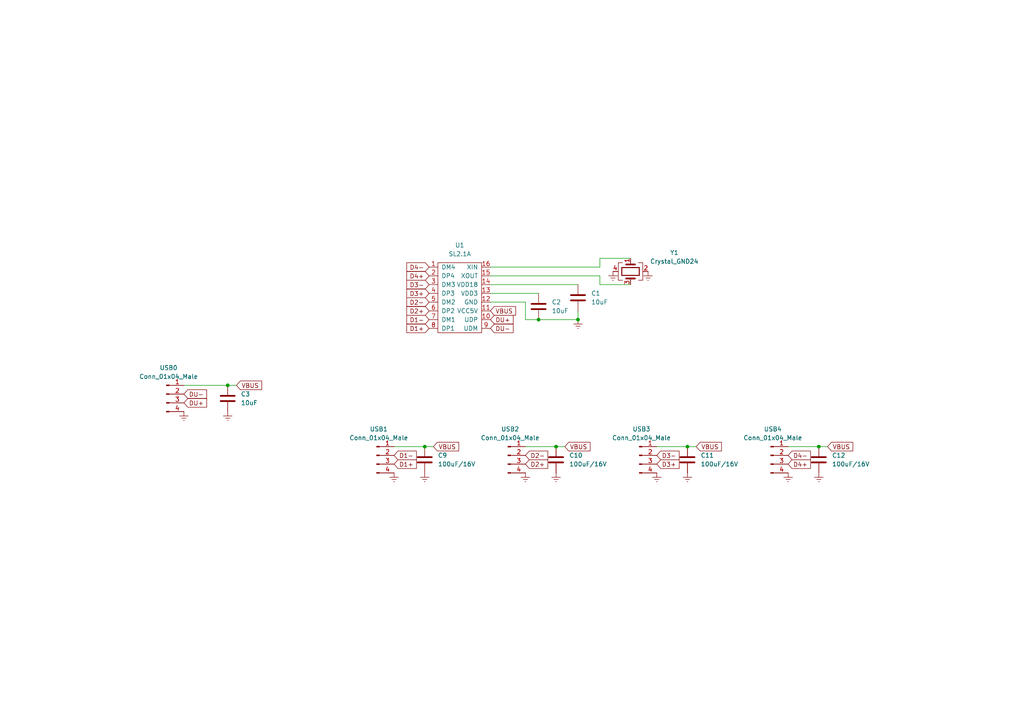
<source format=kicad_sch>
(kicad_sch (version 20211123) (generator eeschema)
  (paper "A4")
  (lib_symbols
    (symbol "Connector:Conn_01x04_Male" (pin_names (offset 1.016) hide)
      (property "Reference" "J" (at 0 5.08 0))
      (property "Value" "Conn_01x04_Male" (at 0 -7.62 0))
      (symbol "Conn_01x04_Male_1_1"
        (polyline (pts (xy 1.27 -5.08) (xy 0.8636 -5.08)) (stroke (width 0.1524)))
        (polyline (pts (xy 1.27 -2.54) (xy 0.8636 -2.54)) (stroke (width 0.1524)))
        (polyline (pts (xy 1.27 0) (xy 0.8636 0)) (stroke (width 0.1524)))
        (polyline (pts (xy 1.27 2.54) (xy 0.8636 2.54)) (stroke (width 0.1524)))
        (rectangle (start 0.8636 -4.953) (end 0 -5.207) (stroke (width 0.1524)) (fill (type outline)))
        (rectangle (start 0.8636 -2.413) (end 0 -2.667) (stroke (width 0.1524)) (fill (type outline)))
        (rectangle (start 0.8636 0.127) (end 0 -0.127) (stroke (width 0.1524)) (fill (type outline)))
        (rectangle (start 0.8636 2.667) (end 0 2.413) (stroke (width 0.1524)) (fill (type outline)))
        (pin passive line (at 5.08 2.54 180) (length 3.81) (name "Pin_1") (number "1"))
        (pin passive line (at 5.08 0 180) (length 3.81) (name "Pin_2") (number "2"))
        (pin passive line (at 5.08 -2.54 180) (length 3.81) (name "Pin_3") (number "3"))
        (pin passive line (at 5.08 -5.08 180) (length 3.81) (name "Pin_4") (number "4"))
      )
    )
    (symbol "Device:C" (pin_numbers hide) (pin_names (offset 0.254))
      (property "Reference" "C" (at 0.635 2.54 0))
      (property "Value" "C" (at 0.635 -2.54 0))
      (symbol "C_0_1"
        (polyline (pts (xy -2.032 -0.762) (xy 2.032 -0.762)) (stroke (width 0.508)))
        (polyline (pts (xy -2.032 0.762) (xy 2.032 0.762)) (stroke (width 0.508)))
      )
      (symbol "C_1_1"
        (pin passive line (at 0 3.81 270) (length 2.794) (name "~") (number "1"))
        (pin passive line (at 0 -3.81 90) (length 2.794) (name "~") (number "2"))
      )
    )
    (symbol "Device:Crystal_GND24" (pin_names (offset 1.016) hide)
      (property "Reference" "Y" (at 3.175 5.08 0))
      (property "Value" "Crystal_GND24" (at 3.175 3.175 0))
      (symbol "Crystal_GND24_0_1"
        (rectangle (start -1.143 2.54) (end 1.143 -2.54) (stroke (width 0.3048)))
        (polyline (pts (xy -2.54 0) (xy -2.032 0)))
        (polyline (pts (xy -2.032 -1.27) (xy -2.032 1.27)) (stroke (width 0.508)))
        (polyline (pts (xy 0 -3.81) (xy 0 -3.556)))
        (polyline (pts (xy 0 3.556) (xy 0 3.81)))
        (polyline (pts (xy 2.032 -1.27) (xy 2.032 1.27)) (stroke (width 0.508)))
        (polyline (pts (xy 2.032 0) (xy 2.54 0)))
        (polyline (pts (xy -2.54 -2.286) (xy -2.54 -3.556) (xy 2.54 -3.556) (xy 2.54 -2.286)))
        (polyline (pts (xy -2.54 2.286) (xy -2.54 3.556) (xy 2.54 3.556) (xy 2.54 2.286)))
      )
      (symbol "Crystal_GND24_1_1"
        (pin passive line (at -3.81 0 0) (length 1.27) (name "1") (number "1"))
        (pin passive line (at 0 5.08 270) (length 1.27) (name "2") (number "2"))
        (pin passive line (at 3.81 0 180) (length 1.27) (name "3") (number "3"))
        (pin passive line (at 0 -5.08 90) (length 1.27) (name "4") (number "4"))
      )
    )
    (symbol "power:Earth" (power) (pin_names (offset 0))
      (symbol "Earth_0_1"
        (polyline (pts (xy -0.635 -1.905) (xy 0.635 -1.905)))
        (polyline (pts (xy -0.127 -2.54) (xy 0.127 -2.54)))
        (polyline (pts (xy 0 -1.27) (xy 0 0)))
        (polyline (pts (xy 1.27 -1.27) (xy -1.27 -1.27)))
      )
      (symbol "Earth_1_1"
        (pin power_in line (at 0 0 270) (length 0) hide (name "Earth") (number "1"))
      )
    )
    (symbol "sl2.1a:SL2.1A" (pin_names (offset 1.016))
      (property "Reference" "U1" (at 1.27 25.4 0))
      (property "Value" "SL2.1A" (at 1.27 22.86 0))
      (symbol "SL2.1A_0_1"
        (rectangle (start -5.08 20.32) (end 7.62 0))
      )
      (symbol "SL2.1A_1_1"
        (pin output line (at -7.62 19.05 0) (length 2.54) (name "DM4") (number "1"))
        (pin input line (at 10.16 3.81 180) (length 2.54) (name "UDP") (number "10"))
        (pin power_in line (at 10.16 6.35 180) (length 2.54) (name "VCC5V") (number "11"))
        (pin power_in line (at 10.16 8.89 180) (length 2.54) (name "GND") (number "12"))
        (pin power_out line (at 10.16 11.43 180) (length 2.54) (name "VDD3") (number "13"))
        (pin power_out line (at 10.16 13.97 180) (length 2.54) (name "VDD18") (number "14"))
        (pin power_out line (at 10.16 16.51 180) (length 2.54) (name "XOUT") (number "15"))
        (pin power_in line (at 10.16 19.05 180) (length 2.54) (name "XIN") (number "16"))
        (pin output line (at -7.62 16.51 0) (length 2.54) (name "DP4") (number "2"))
        (pin output line (at -7.62 13.97 0) (length 2.54) (name "DM3") (number "3"))
        (pin output line (at -7.62 11.43 0) (length 2.54) (name "DP3") (number "4"))
        (pin output line (at -7.62 8.89 0) (length 2.54) (name "DM2") (number "5"))
        (pin output line (at -7.62 6.35 0) (length 2.54) (name "DP2") (number "6"))
        (pin output line (at -7.62 3.81 0) (length 2.54) (name "DM1") (number "7"))
        (pin output line (at -7.62 1.27 0) (length 2.54) (name "DP1") (number "8"))
        (pin input line (at 10.16 1.27 180) (length 2.54) (name "UDM") (number "9"))
      )
    )
  )
  (junction (at 66.04 111.76))
  (junction (at 237.49 129.54))
  (junction (at 123.19 129.54))
  (junction (at 167.64 92.71))
  (junction (at 156.21 92.71))
  (junction (at 199.39 129.54))
  (junction (at 161.29 129.54))
  (wire (pts (xy 142.24 85.09) (xy 156.21 85.09)))
  (wire (pts (xy 173.99 80.01) (xy 173.99 82.55)))
  (wire (pts (xy 161.29 129.54) (xy 163.83 129.54)))
  (wire (pts (xy 142.24 77.47) (xy 173.99 77.47)))
  (wire (pts (xy 173.99 74.93) (xy 182.88 74.93)))
  (wire (pts (xy 237.49 129.54) (xy 240.03 129.54)))
  (wire (pts (xy 66.04 111.76) (xy 53.34 111.76)))
  (wire (pts (xy 173.99 82.55) (xy 182.88 82.55)))
  (wire (pts (xy 173.99 77.47) (xy 173.99 74.93)))
  (wire (pts (xy 152.4 129.54) (xy 161.29 129.54)))
  (wire (pts (xy 114.3 129.54) (xy 123.19 129.54)))
  (wire (pts (xy 167.64 92.71) (xy 167.64 90.17)))
  (wire (pts (xy 123.19 129.54) (xy 125.73 129.54)))
  (wire (pts (xy 152.4 87.63) (xy 152.4 92.71)))
  (wire (pts (xy 68.58 111.76) (xy 66.04 111.76)))
  (wire (pts (xy 142.24 87.63) (xy 152.4 87.63)))
  (wire (pts (xy 199.39 129.54) (xy 201.93 129.54)))
  (wire (pts (xy 152.4 92.71) (xy 156.21 92.71)))
  (wire (pts (xy 156.21 92.71) (xy 167.64 92.71)))
  (wire (pts (xy 142.24 82.55) (xy 167.64 82.55)))
  (wire (pts (xy 142.24 80.01) (xy 173.99 80.01)))
  (wire (pts (xy 190.5 129.54) (xy 199.39 129.54)))
  (wire (pts (xy 228.6 129.54) (xy 237.49 129.54)))
  (global_label "DU+" (shape input) (at 142.24 92.71 0) (property "Intersheet References" "${INTERSHEET_REFS}" (effects hide)))
  (global_label "D2-" (shape input) (at 152.4 132.08 0) (property "Intersheet References" "${INTERSHEET_REFS}" (effects hide)))
  (global_label "DU+" (shape input) (at 53.34 116.84 0) (property "Intersheet References" "${INTERSHEET_REFS}" (effects hide)))
  (global_label "D2+" (shape input) (at 152.4 134.62 0) (property "Intersheet References" "${INTERSHEET_REFS}" (effects hide)))
  (global_label "VBUS" (shape input) (at 142.24 90.17 0) (property "Intersheet References" "${INTERSHEET_REFS}" (effects hide)))
  (global_label "D1-" (shape input) (at 124.46 92.71 180) (property "Intersheet References" "${INTERSHEET_REFS}" (effects hide)))
  (global_label "D4-" (shape input) (at 124.46 77.47 180) (property "Intersheet References" "${INTERSHEET_REFS}" (effects hide)))
  (global_label "D1+" (shape input) (at 124.46 95.25 180) (property "Intersheet References" "${INTERSHEET_REFS}" (effects hide)))
  (global_label "D1-" (shape input) (at 114.3 132.08 0) (property "Intersheet References" "${INTERSHEET_REFS}" (effects hide)))
  (global_label "D1+" (shape input) (at 114.3 134.62 0) (property "Intersheet References" "${INTERSHEET_REFS}" (effects hide)))
  (global_label "D3+" (shape input) (at 124.46 85.09 180) (property "Intersheet References" "${INTERSHEET_REFS}" (effects hide)))
  (global_label "D2-" (shape input) (at 124.46 87.63 180) (property "Intersheet References" "${INTERSHEET_REFS}" (effects hide)))
  (global_label "D3-" (shape input) (at 190.5 132.08 0) (property "Intersheet References" "${INTERSHEET_REFS}" (effects hide)))
  (global_label "VBUS" (shape input) (at 125.73 129.54 0) (property "Intersheet References" "${INTERSHEET_REFS}" (effects hide)))
  (global_label "D4-" (shape input) (at 228.6 132.08 0) (property "Intersheet References" "${INTERSHEET_REFS}" (effects hide)))
  (global_label "VBUS" (shape input) (at 163.83 129.54 0) (property "Intersheet References" "${INTERSHEET_REFS}" (effects hide)))
  (global_label "D2+" (shape input) (at 124.46 90.17 180) (property "Intersheet References" "${INTERSHEET_REFS}" (effects hide)))
  (global_label "VBUS" (shape input) (at 240.03 129.54 0) (property "Intersheet References" "${INTERSHEET_REFS}" (effects hide)))
  (global_label "D4+" (shape input) (at 228.6 134.62 0) (property "Intersheet References" "${INTERSHEET_REFS}" (effects hide)))
  (global_label "D4+" (shape input) (at 124.46 80.01 180) (property "Intersheet References" "${INTERSHEET_REFS}" (effects hide)))
  (global_label "DU-" (shape input) (at 53.34 114.3 0) (property "Intersheet References" "${INTERSHEET_REFS}" (effects hide)))
  (global_label "DU-" (shape input) (at 142.24 95.25 0) (property "Intersheet References" "${INTERSHEET_REFS}" (effects hide)))
  (global_label "D3-" (shape input) (at 124.46 82.55 180) (property "Intersheet References" "${INTERSHEET_REFS}" (effects hide)))
  (global_label "D3+" (shape input) (at 190.5 134.62 0) (property "Intersheet References" "${INTERSHEET_REFS}" (effects hide)))
  (global_label "VBUS" (shape input) (at 68.58 111.76 0) (property "Intersheet References" "${INTERSHEET_REFS}" (effects hide)))
  (global_label "VBUS" (shape input) (at 201.93 129.54 0) (property "Intersheet References" "${INTERSHEET_REFS}" (effects hide)))
  (symbol (lib_id "Device:C") (at 66.04 115.57 0) (unit 1)
    (property "Reference" "C3" (at 69.85 114.2999 0) (effects (justify left)))
    (property "Value" "10uF" (at 69.85 116.8399 0) (effects (justify left)))
    (property "Footprint" "Capacitor_SMD:C_1206_3216Metric" (effects hide))
  )
  (symbol (lib_id "Device:C") (at 156.21 88.9 0) (unit 1)
    (property "Reference" "C2" (at 160.02 87.6299 0) (effects (justify left)))
    (property "Value" "10uF" (at 160.02 90.1699 0) (effects (justify left)))
    (property "Footprint" "Capacitor_SMD:C_1206_3216Metric" (effects hide))
  )
  (symbol (lib_id "sl2.1a:SL2.1A") (at 132.08 96.52 0) (unit 1)
    (property "Reference" "U1" (at 133.35 71.12 0))
    (property "Value" "SL2.1A" (at 133.35 73.66 0))
    (property "Footprint" "Package_SO:SOIC-16_4.55x10.3mm_P1.27mm" (effects hide))
  )
  (symbol (lib_id "Device:C") (at 123.19 133.35 0) (unit 1)
    (property "Reference" "C9" (at 127 132.0799 0) (effects (justify left)))
    (property "Value" "100uF/16V" (at 127 134.6199 0) (effects (justify left)))
    (property "Footprint" "Capacitor_SMD:C_1206_3216Metric" (effects hide))
  )
  (symbol (lib_id "power:Earth") (at 66.04 119.38 0) (unit 1)
    (property "Reference" "#PWR0113" (effects hide))
    (property "Value" "Earth" (effects hide))
  )
  (symbol (lib_id "power:Earth") (at 237.49 137.16 0) (unit 1)
    (property "Reference" "#PWR0108" (effects hide))
    (property "Value" "Earth" (effects hide))
  )
  (symbol (lib_id "power:Earth") (at 161.29 137.16 0) (unit 1)
    (property "Reference" "#PWR0107" (effects hide))
    (property "Value" "Earth" (effects hide))
  )
  (symbol (lib_id "Connector:Conn_01x04_Male") (at 147.32 132.08 0) (unit 1)
    (property "Reference" "USB2" (at 147.955 124.46 0))
    (property "Value" "Conn_01x04_Male" (at 147.955 127 0))
    (property "Footprint" "Connector_PinHeader_2.54mm:2.54mm 1x4 header edge - no silks" (effects hide))
  )
  (symbol (lib_id "power:Earth") (at 190.5 137.16 0) (unit 1)
    (property "Reference" "#PWR0106" (effects hide))
    (property "Value" "Earth" (effects hide))
  )
  (symbol (lib_id "power:Earth") (at 123.19 137.16 0) (unit 1)
    (property "Reference" "#PWR0110" (effects hide))
    (property "Value" "Earth" (effects hide))
  )
  (symbol (lib_id "power:Earth") (at 167.64 92.71 0) (unit 1)
    (property "Reference" "#PWR0114" (effects hide))
    (property "Value" "Earth" (effects hide))
  )
  (symbol (lib_id "power:Earth") (at 114.3 137.16 0) (unit 1)
    (property "Reference" "#PWR0111" (effects hide))
    (property "Value" "Earth" (effects hide))
  )
  (symbol (lib_id "power:Earth") (at 53.34 119.38 0) (unit 1)
    (property "Reference" "#PWR0112" (effects hide))
    (property "Value" "Earth" (effects hide))
  )
  (symbol (lib_id "power:Earth") (at 228.6 137.16 0) (unit 1)
    (property "Reference" "#PWR0105" (effects hide))
    (property "Value" "Earth" (effects hide))
  )
  (symbol (lib_id "Device:C") (at 199.39 133.35 0) (unit 1)
    (property "Reference" "C11" (at 203.2 132.0799 0) (effects (justify left)))
    (property "Value" "100uF/16V" (at 203.2 134.6199 0) (effects (justify left)))
    (property "Footprint" "Capacitor_SMD:C_1206_3216Metric" (effects hide))
  )
  (symbol (lib_id "Device:C") (at 167.64 86.36 0) (unit 1)
    (property "Reference" "C1" (at 171.45 85.0899 0) (effects (justify left)))
    (property "Value" "10uF" (at 171.45 87.6299 0) (effects (justify left)))
    (property "Footprint" "Capacitor_SMD:C_1206_3216Metric" (effects hide))
  )
  (symbol (lib_id "Device:C") (at 161.29 133.35 0) (unit 1)
    (property "Reference" "C10" (at 165.1 132.0799 0) (effects (justify left)))
    (property "Value" "100uF/16V" (at 165.1 134.6199 0) (effects (justify left)))
    (property "Footprint" "Capacitor_SMD:C_1206_3216Metric" (effects hide))
  )
  (symbol (lib_id "Connector:Conn_01x04_Male") (at 109.22 132.08 0) (unit 1)
    (property "Reference" "USB1" (at 109.855 124.46 0))
    (property "Value" "Conn_01x04_Male" (at 109.855 127 0))
    (property "Footprint" "Connector_PinHeader_2.54mm:2.54mm 1x4 header edge - no silks" (effects hide))
  )
  (symbol (lib_id "power:Earth") (at 152.4 137.16 0) (unit 1)
    (property "Reference" "#PWR0102" (effects hide))
    (property "Value" "Earth" (effects hide))
  )
  (symbol (lib_id "Connector:Conn_01x04_Male") (at 48.26 114.3 0) (unit 1)
    (property "Reference" "USB0" (at 48.895 106.68 0))
    (property "Value" "Conn_01x04_Male" (at 48.895 109.22 0))
    (property "Footprint" "Connector_PinHeader_2.54mm:2.54mm 1x4 header edge - no silks" (effects hide))
  )
  (symbol (lib_id "Connector:Conn_01x04_Male") (at 223.52 132.08 0) (unit 1)
    (property "Reference" "USB4" (at 224.155 124.46 0))
    (property "Value" "Conn_01x04_Male" (at 224.155 127 0))
    (property "Footprint" "Connector_PinHeader_2.54mm:2.54mm 1x4 header edge - no silks" (effects hide))
  )
  (symbol (lib_id "Connector:Conn_01x04_Male") (at 185.42 132.08 0) (unit 1)
    (property "Reference" "USB3" (at 186.055 124.46 0))
    (property "Value" "Conn_01x04_Male" (at 186.055 127 0))
    (property "Footprint" "Connector_PinHeader_2.54mm:2.54mm 1x4 header edge - no silks" (effects hide))
  )
  (symbol (lib_id "power:Earth") (at 177.8 78.74 0) (unit 1)
    (property "Reference" "#PWR0104" (effects hide))
    (property "Value" "Earth" (effects hide))
  )
  (symbol (lib_id "power:Earth") (at 187.96 78.74 0) (unit 1)
    (property "Reference" "#PWR0103" (effects hide))
    (property "Value" "Earth" (effects hide))
  )
  (symbol (lib_id "Device:C") (at 237.49 133.35 0) (unit 1)
    (property "Reference" "C12" (at 241.3 132.0799 0) (effects (justify left)))
    (property "Value" "100uF/16V" (at 241.3 134.6199 0) (effects (justify left)))
    (property "Footprint" "Capacitor_SMD:C_1206_3216Metric" (effects hide))
  )
  (symbol (lib_id "power:Earth") (at 199.39 137.16 0) (unit 1)
    (property "Reference" "#PWR0109" (effects hide))
    (property "Value" "Earth" (effects hide))
  )
  (symbol (lib_id "Device:Crystal_GND24") (at 182.88 78.74 270) (unit 1)
    (property "Reference" "Y1" (at 195.58 73.2788 90))
    (property "Value" "Crystal_GND24" (at 195.58 75.8188 90))
    (property "Footprint" "Crystal:Crystal_SMD_3225-4Pin_3.2x2.5mm" (effects hide))
  )
)
</source>
